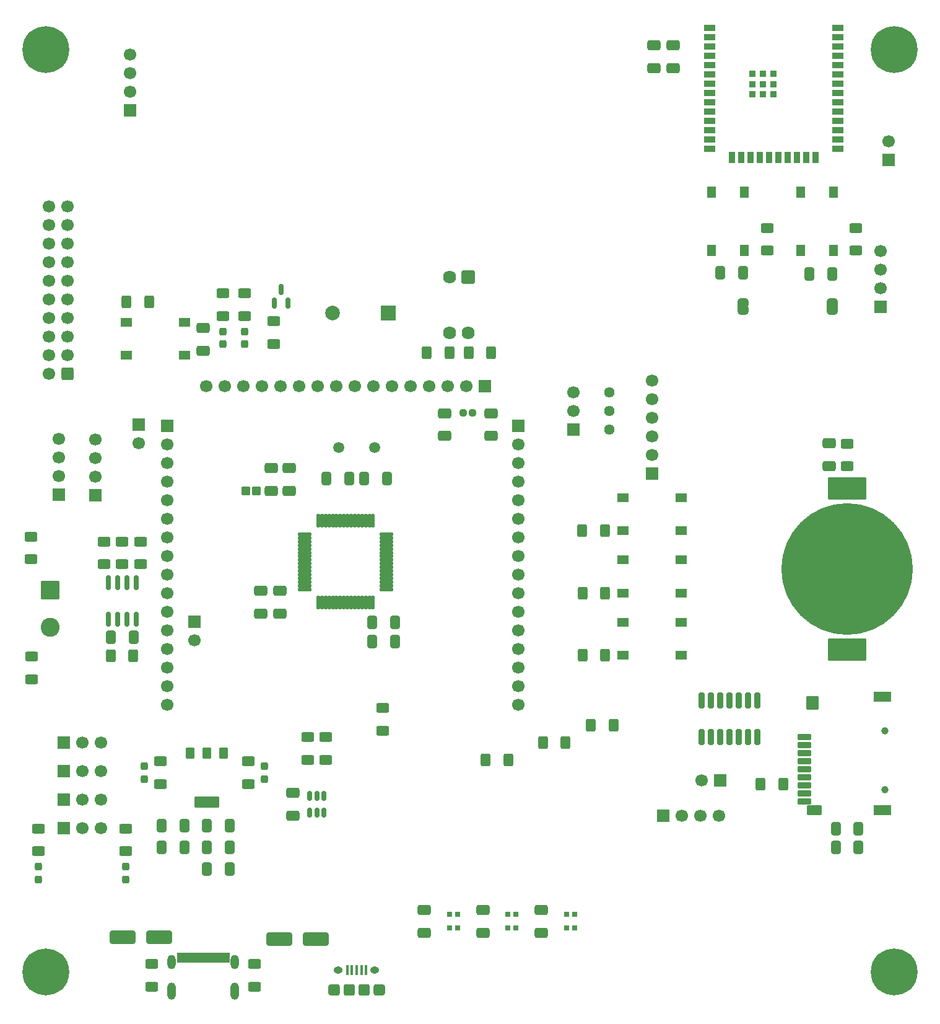
<source format=gts>
%TF.GenerationSoftware,KiCad,Pcbnew,9.0.3*%
%TF.CreationDate,2025-12-27T22:41:26+05:30*%
%TF.ProjectId,STM32+ESP32,53544d33-322b-4455-9350-33322e6b6963,rev?*%
%TF.SameCoordinates,Original*%
%TF.FileFunction,Soldermask,Top*%
%TF.FilePolarity,Negative*%
%FSLAX46Y46*%
G04 Gerber Fmt 4.6, Leading zero omitted, Abs format (unit mm)*
G04 Created by KiCad (PCBNEW 9.0.3) date 2025-12-27 22:41:26*
%MOMM*%
%LPD*%
G01*
G04 APERTURE LIST*
G04 Aperture macros list*
%AMRoundRect*
0 Rectangle with rounded corners*
0 $1 Rounding radius*
0 $2 $3 $4 $5 $6 $7 $8 $9 X,Y pos of 4 corners*
0 Add a 4 corners polygon primitive as box body*
4,1,4,$2,$3,$4,$5,$6,$7,$8,$9,$2,$3,0*
0 Add four circle primitives for the rounded corners*
1,1,$1+$1,$2,$3*
1,1,$1+$1,$4,$5*
1,1,$1+$1,$6,$7*
1,1,$1+$1,$8,$9*
0 Add four rect primitives between the rounded corners*
20,1,$1+$1,$2,$3,$4,$5,0*
20,1,$1+$1,$4,$5,$6,$7,0*
20,1,$1+$1,$6,$7,$8,$9,0*
20,1,$1+$1,$8,$9,$2,$3,0*%
%AMFreePoly0*
4,1,23,0.500000,-0.750000,0.000000,-0.750000,0.000000,-0.745722,-0.065263,-0.745722,-0.191342,-0.711940,-0.304381,-0.646677,-0.396677,-0.554381,-0.461940,-0.441342,-0.495722,-0.315263,-0.495722,-0.250000,-0.500000,-0.250000,-0.500000,0.250000,-0.495722,0.250000,-0.495722,0.315263,-0.461940,0.441342,-0.396677,0.554381,-0.304381,0.646677,-0.191342,0.711940,-0.065263,0.745722,0.000000,0.745722,
0.000000,0.750000,0.500000,0.750000,0.500000,-0.750000,0.500000,-0.750000,$1*%
%AMFreePoly1*
4,1,23,0.000000,0.745722,0.065263,0.745722,0.191342,0.711940,0.304381,0.646677,0.396677,0.554381,0.461940,0.441342,0.495722,0.315263,0.495722,0.250000,0.500000,0.250000,0.500000,-0.250000,0.495722,-0.250000,0.495722,-0.315263,0.461940,-0.441342,0.396677,-0.554381,0.304381,-0.646677,0.191342,-0.711940,0.065263,-0.745722,0.000000,-0.745722,0.000000,-0.750000,-0.500000,-0.750000,
-0.500000,0.750000,0.000000,0.750000,0.000000,0.745722,0.000000,0.745722,$1*%
G04 Aperture macros list end*
%ADD10C,0.010000*%
%ADD11O,1.152400X2.352400*%
%ADD12O,1.152400X1.952400*%
%ADD13RoundRect,0.102000X-0.150000X0.800000X-0.150000X-0.800000X0.150000X-0.800000X0.150000X0.800000X0*%
%ADD14RoundRect,0.102000X-0.800000X0.150000X-0.800000X-0.150000X0.800000X-0.150000X0.800000X0.150000X0*%
%ADD15C,17.984000*%
%ADD16RoundRect,0.102000X2.540000X-1.395000X2.540000X1.395000X-2.540000X1.395000X-2.540000X-1.395000X0*%
%ADD17RoundRect,0.250000X-0.400000X-0.625000X0.400000X-0.625000X0.400000X0.625000X-0.400000X0.625000X0*%
%ADD18RoundRect,0.250000X-0.625000X0.400000X-0.625000X-0.400000X0.625000X-0.400000X0.625000X0.400000X0*%
%ADD19RoundRect,0.237500X-0.237500X0.287500X-0.237500X-0.287500X0.237500X-0.287500X0.237500X0.287500X0*%
%ADD20R,1.549400X1.295400*%
%ADD21R,1.700000X1.700000*%
%ADD22C,1.700000*%
%ADD23RoundRect,0.102000X-0.500000X-0.485000X0.500000X-0.485000X0.500000X0.485000X-0.500000X0.485000X0*%
%ADD24RoundRect,0.250000X0.650000X-0.412500X0.650000X0.412500X-0.650000X0.412500X-0.650000X-0.412500X0*%
%ADD25RoundRect,0.250000X0.400000X0.625000X-0.400000X0.625000X-0.400000X-0.625000X0.400000X-0.625000X0*%
%ADD26RoundRect,0.150000X-0.150000X0.512500X-0.150000X-0.512500X0.150000X-0.512500X0.150000X0.512500X0*%
%ADD27C,3.600000*%
%ADD28C,6.400000*%
%ADD29RoundRect,0.250000X-0.412500X-0.650000X0.412500X-0.650000X0.412500X0.650000X-0.412500X0.650000X0*%
%ADD30RoundRect,0.250000X-0.650000X0.412500X-0.650000X-0.412500X0.650000X-0.412500X0.650000X0.412500X0*%
%ADD31FreePoly0,270.000000*%
%ADD32FreePoly1,270.000000*%
%ADD33RoundRect,0.150000X0.150000X-0.587500X0.150000X0.587500X-0.150000X0.587500X-0.150000X-0.587500X0*%
%ADD34RoundRect,0.250000X0.412500X0.650000X-0.412500X0.650000X-0.412500X-0.650000X0.412500X-0.650000X0*%
%ADD35RoundRect,0.237500X0.237500X-0.287500X0.237500X0.287500X-0.237500X0.287500X-0.237500X-0.287500X0*%
%ADD36R,0.700000X0.700000*%
%ADD37RoundRect,0.102000X0.790000X0.790000X-0.790000X0.790000X-0.790000X-0.790000X0.790000X-0.790000X0*%
%ADD38C,1.784000*%
%ADD39C,1.500000*%
%ADD40R,1.500000X0.900000*%
%ADD41R,0.900000X1.500000*%
%ADD42R,0.900000X0.900000*%
%ADD43C,1.000000*%
%ADD44RoundRect,0.102000X0.800000X-0.350000X0.800000X0.350000X-0.800000X0.350000X-0.800000X-0.350000X0*%
%ADD45RoundRect,0.102000X0.900000X-0.600000X0.900000X0.600000X-0.900000X0.600000X-0.900000X-0.600000X0*%
%ADD46RoundRect,0.102000X0.750000X-0.800000X0.750000X0.800000X-0.750000X0.800000X-0.750000X-0.800000X0*%
%ADD47RoundRect,0.102000X1.100000X-0.600000X1.100000X0.600000X-1.100000X0.600000X-1.100000X-0.600000X0*%
%ADD48RoundRect,0.085050X-0.481950X0.671950X-0.481950X-0.671950X0.481950X-0.671950X0.481950X0.671950X0*%
%ADD49RoundRect,0.113550X-1.608450X0.643450X-1.608450X-0.643450X1.608450X-0.643450X1.608450X0.643450X0*%
%ADD50RoundRect,0.250000X-1.500000X-0.650000X1.500000X-0.650000X1.500000X0.650000X-1.500000X0.650000X0*%
%ADD51RoundRect,0.250000X0.625000X-0.400000X0.625000X0.400000X-0.625000X0.400000X-0.625000X-0.400000X0*%
%ADD52RoundRect,0.100000X-0.100000X-0.575000X0.100000X-0.575000X0.100000X0.575000X-0.100000X0.575000X0*%
%ADD53O,0.890000X1.550000*%
%ADD54RoundRect,0.250000X-0.475000X-0.525000X0.475000X-0.525000X0.475000X0.525000X-0.475000X0.525000X0*%
%ADD55O,1.250000X0.950000*%
%ADD56RoundRect,0.250000X-0.500000X-0.525000X0.500000X-0.525000X0.500000X0.525000X-0.500000X0.525000X0*%
%ADD57R,1.295400X1.549400*%
%ADD58C,1.114000*%
%ADD59RoundRect,0.250000X-1.050000X1.050000X-1.050000X-1.050000X1.050000X-1.050000X1.050000X1.050000X0*%
%ADD60C,2.600000*%
%ADD61RoundRect,0.150000X-0.150000X0.825000X-0.150000X-0.825000X0.150000X-0.825000X0.150000X0.825000X0*%
%ADD62RoundRect,0.201000X-0.201000X0.886000X-0.201000X-0.886000X0.201000X-0.886000X0.201000X0.886000X0*%
%ADD63RoundRect,0.250000X0.600000X0.600000X-0.600000X0.600000X-0.600000X-0.600000X0.600000X-0.600000X0*%
%ADD64R,2.000000X2.000000*%
%ADD65C,2.000000*%
%ADD66C,1.440000*%
G04 APERTURE END LIST*
D10*
%TO.C,J1*%
X173158500Y-294188500D02*
X172441500Y-294188500D01*
X172441500Y-292911500D01*
X173158500Y-292911500D01*
X173158500Y-294188500D01*
G36*
X173158500Y-294188500D02*
G01*
X172441500Y-294188500D01*
X172441500Y-292911500D01*
X173158500Y-292911500D01*
X173158500Y-294188500D01*
G37*
X173958500Y-294188500D02*
X173241500Y-294188500D01*
X173241500Y-292911500D01*
X173958500Y-292911500D01*
X173958500Y-294188500D01*
G36*
X173958500Y-294188500D02*
G01*
X173241500Y-294188500D01*
X173241500Y-292911500D01*
X173958500Y-292911500D01*
X173958500Y-294188500D01*
G37*
X174462500Y-294188500D02*
X174037500Y-294188500D01*
X174037500Y-292911500D01*
X174462500Y-292911500D01*
X174462500Y-294188500D01*
G36*
X174462500Y-294188500D02*
G01*
X174037500Y-294188500D01*
X174037500Y-292911500D01*
X174462500Y-292911500D01*
X174462500Y-294188500D01*
G37*
X174962500Y-294188500D02*
X174537500Y-294188500D01*
X174537500Y-292911500D01*
X174962500Y-292911500D01*
X174962500Y-294188500D01*
G36*
X174962500Y-294188500D02*
G01*
X174537500Y-294188500D01*
X174537500Y-292911500D01*
X174962500Y-292911500D01*
X174962500Y-294188500D01*
G37*
X175462500Y-294188500D02*
X175037500Y-294188500D01*
X175037500Y-292911500D01*
X175462500Y-292911500D01*
X175462500Y-294188500D01*
G36*
X175462500Y-294188500D02*
G01*
X175037500Y-294188500D01*
X175037500Y-292911500D01*
X175462500Y-292911500D01*
X175462500Y-294188500D01*
G37*
X175962500Y-294188500D02*
X175537500Y-294188500D01*
X175537500Y-292911500D01*
X175962500Y-292911500D01*
X175962500Y-294188500D01*
G36*
X175962500Y-294188500D02*
G01*
X175537500Y-294188500D01*
X175537500Y-292911500D01*
X175962500Y-292911500D01*
X175962500Y-294188500D01*
G37*
X176462500Y-294188500D02*
X176037500Y-294188500D01*
X176037500Y-292911500D01*
X176462500Y-292911500D01*
X176462500Y-294188500D01*
G36*
X176462500Y-294188500D02*
G01*
X176037500Y-294188500D01*
X176037500Y-292911500D01*
X176462500Y-292911500D01*
X176462500Y-294188500D01*
G37*
X176962500Y-294188500D02*
X176537500Y-294188500D01*
X176537500Y-292911500D01*
X176962500Y-292911500D01*
X176962500Y-294188500D01*
G36*
X176962500Y-294188500D02*
G01*
X176537500Y-294188500D01*
X176537500Y-292911500D01*
X176962500Y-292911500D01*
X176962500Y-294188500D01*
G37*
X177462500Y-294188500D02*
X177037500Y-294188500D01*
X177037500Y-292911500D01*
X177462500Y-292911500D01*
X177462500Y-294188500D01*
G36*
X177462500Y-294188500D02*
G01*
X177037500Y-294188500D01*
X177037500Y-292911500D01*
X177462500Y-292911500D01*
X177462500Y-294188500D01*
G37*
X177962500Y-294188500D02*
X177537500Y-294188500D01*
X177537500Y-292911500D01*
X177962500Y-292911500D01*
X177962500Y-294188500D01*
G36*
X177962500Y-294188500D02*
G01*
X177537500Y-294188500D01*
X177537500Y-292911500D01*
X177962500Y-292911500D01*
X177962500Y-294188500D01*
G37*
X178758500Y-294188500D02*
X178041500Y-294188500D01*
X178041500Y-292911500D01*
X178758500Y-292911500D01*
X178758500Y-294188500D01*
G36*
X178758500Y-294188500D02*
G01*
X178041500Y-294188500D01*
X178041500Y-292911500D01*
X178758500Y-292911500D01*
X178758500Y-294188500D01*
G37*
X179558500Y-294188500D02*
X178841500Y-294188500D01*
X178841500Y-292911500D01*
X179558500Y-292911500D01*
X179558500Y-294188500D01*
G36*
X179558500Y-294188500D02*
G01*
X178841500Y-294188500D01*
X178841500Y-292911500D01*
X179558500Y-292911500D01*
X179558500Y-294188500D01*
G37*
%TO.C,JP2*%
G36*
X262800000Y-204500000D02*
G01*
X261300000Y-204500000D01*
X261300000Y-204800000D01*
X262800000Y-204800000D01*
X262800000Y-204500000D01*
G37*
%TO.C,JP1*%
G36*
X250550000Y-204500000D02*
G01*
X249050000Y-204500000D01*
X249050000Y-204800000D01*
X250550000Y-204800000D01*
X250550000Y-204500000D01*
G37*
%TD*%
D11*
%TO.C,J1*%
X171680000Y-298125000D03*
X180320000Y-298125000D03*
D12*
X171680000Y-294125000D03*
X180320000Y-294125000D03*
%TD*%
D13*
%TO.C,U1*%
X199250000Y-233900000D03*
X198750000Y-233900000D03*
X198250000Y-233900000D03*
X197750000Y-233900000D03*
X197250000Y-233900000D03*
X196750000Y-233900000D03*
X196250000Y-233900000D03*
X195750000Y-233900000D03*
X195250000Y-233900000D03*
X194750000Y-233900000D03*
X194250000Y-233900000D03*
X193750000Y-233900000D03*
X193250000Y-233900000D03*
X192750000Y-233900000D03*
X192250000Y-233900000D03*
X191750000Y-233900000D03*
D14*
X189900000Y-235750000D03*
X189900000Y-236250000D03*
X189900000Y-236750000D03*
X189900000Y-237250000D03*
X189900000Y-237750000D03*
X189900000Y-238250000D03*
X189900000Y-238750000D03*
X189900000Y-239250000D03*
X189900000Y-239750000D03*
X189900000Y-240250000D03*
X189900000Y-240750000D03*
X189900000Y-241250000D03*
X189900000Y-241750000D03*
X189900000Y-242250000D03*
X189900000Y-242750000D03*
X189900000Y-243250000D03*
D13*
X191750000Y-245100000D03*
X192250000Y-245100000D03*
X192750000Y-245100000D03*
X193250000Y-245100000D03*
X193750000Y-245100000D03*
X194250000Y-245100000D03*
X194750000Y-245100000D03*
X195250000Y-245100000D03*
X195750000Y-245100000D03*
X196250000Y-245100000D03*
X196750000Y-245100000D03*
X197250000Y-245100000D03*
X197750000Y-245100000D03*
X198250000Y-245100000D03*
X198750000Y-245100000D03*
X199250000Y-245100000D03*
D14*
X201100000Y-243250000D03*
X201100000Y-242750000D03*
X201100000Y-242250000D03*
X201100000Y-241750000D03*
X201100000Y-241250000D03*
X201100000Y-240750000D03*
X201100000Y-240250000D03*
X201100000Y-239750000D03*
X201100000Y-239250000D03*
X201100000Y-238750000D03*
X201100000Y-238250000D03*
X201100000Y-237750000D03*
X201100000Y-237250000D03*
X201100000Y-236750000D03*
X201100000Y-236250000D03*
X201100000Y-235750000D03*
%TD*%
D15*
%TO.C,BT1*%
X264100000Y-240485000D03*
D16*
X264100000Y-251470000D03*
X264100000Y-229500000D03*
%TD*%
D17*
%TO.C,R26*%
X163377500Y-252335000D03*
X166477500Y-252335000D03*
%TD*%
D18*
%TO.C,R15*%
X152550000Y-252450000D03*
X152550000Y-255550000D03*
%TD*%
D19*
%TO.C,D4*%
X168000000Y-267425000D03*
X168000000Y-269175000D03*
%TD*%
D18*
%TO.C,R8*%
X182200000Y-266727500D03*
X182200000Y-269827500D03*
%TD*%
D20*
%TO.C,SW8*%
X233425002Y-239249999D03*
X241374998Y-239249999D03*
X233425002Y-243750001D03*
X241374998Y-243750001D03*
%TD*%
D21*
%TO.C,J22*%
X238950000Y-274225000D03*
D22*
X241490000Y-274225000D03*
X244030000Y-274225000D03*
X246570000Y-274225000D03*
%TD*%
D23*
%TO.C,FL1*%
X181830000Y-229800000D03*
X183300000Y-229800000D03*
%TD*%
D17*
%TO.C,R10*%
X227875002Y-243750001D03*
X230975002Y-243750001D03*
%TD*%
D21*
%TO.C,J6*%
X156960000Y-275900000D03*
D22*
X159500000Y-275900000D03*
X162040000Y-275900000D03*
%TD*%
D24*
%TO.C,C9*%
X187800000Y-229800000D03*
X187800000Y-226675000D03*
%TD*%
D21*
%TO.C,J2*%
X157000000Y-272000000D03*
D22*
X159540000Y-272000000D03*
X162080000Y-272000000D03*
%TD*%
D21*
%TO.C,J8*%
X214550000Y-215525000D03*
D22*
X212010000Y-215525000D03*
X209470000Y-215525000D03*
X206930000Y-215525000D03*
X204390000Y-215525000D03*
X201850000Y-215525000D03*
X199310000Y-215525000D03*
X196770000Y-215525000D03*
X194230000Y-215525000D03*
X191690000Y-215525000D03*
X189150000Y-215525000D03*
X186610000Y-215525000D03*
X184070000Y-215525000D03*
X181530000Y-215525000D03*
X178990000Y-215525000D03*
X176450000Y-215525000D03*
%TD*%
D25*
%TO.C,R16*%
X255350000Y-269900000D03*
X252250000Y-269900000D03*
%TD*%
D18*
%TO.C,R9*%
X183000000Y-294450000D03*
X183000000Y-297550000D03*
%TD*%
D26*
%TO.C,U3*%
X192500000Y-271500000D03*
X191550000Y-271500000D03*
X190600000Y-271500000D03*
X190600000Y-273775000D03*
X191550000Y-273775000D03*
X192500000Y-273775000D03*
%TD*%
D27*
%TO.C,H2*%
X154500000Y-295500000D03*
D28*
X154500000Y-295500000D03*
%TD*%
D29*
%TO.C,C17*%
X262500000Y-278500000D03*
X265625000Y-278500000D03*
%TD*%
D18*
%TO.C,R12*%
X200600000Y-259450000D03*
X200600000Y-262550000D03*
%TD*%
%TO.C,R11*%
X264100000Y-223350000D03*
X264100000Y-226450000D03*
%TD*%
D30*
%TO.C,C15*%
X206220000Y-287037500D03*
X206220000Y-290162500D03*
%TD*%
D17*
%TO.C,R19*%
X206600000Y-210962500D03*
X209700000Y-210962500D03*
%TD*%
D31*
%TO.C,JP2*%
X262050000Y-204000000D03*
D32*
X262050000Y-205300000D03*
%TD*%
D21*
%TO.C,J14*%
X167225000Y-220750000D03*
D22*
X167225000Y-223290000D03*
%TD*%
D24*
%TO.C,C23*%
X240300000Y-172100000D03*
X240300000Y-168975000D03*
%TD*%
D33*
%TO.C,Q1*%
X185750000Y-204150000D03*
X187650000Y-204150000D03*
X186700000Y-202275000D03*
%TD*%
D34*
%TO.C,C21*%
X173500000Y-278500000D03*
X170375000Y-278500000D03*
%TD*%
D17*
%TO.C,R31*%
X222450000Y-264200000D03*
X225550000Y-264200000D03*
%TD*%
D35*
%TO.C,D7*%
X181700000Y-209775000D03*
X181700000Y-208025000D03*
%TD*%
D18*
%TO.C,R2*%
X192800000Y-263450000D03*
X192800000Y-266550000D03*
%TD*%
D29*
%TO.C,C18*%
X262500000Y-276000000D03*
X265625000Y-276000000D03*
%TD*%
D17*
%TO.C,R13*%
X227875002Y-252250001D03*
X230975002Y-252250001D03*
%TD*%
%TO.C,R29*%
X165550000Y-204000000D03*
X168650000Y-204000000D03*
%TD*%
D30*
%TO.C,C11*%
X215400000Y-219200000D03*
X215400000Y-222325000D03*
%TD*%
D21*
%TO.C,J18*%
X156300000Y-230365000D03*
D22*
X156300000Y-227825000D03*
X156300000Y-225285000D03*
X156300000Y-222745000D03*
%TD*%
D24*
%TO.C,C6*%
X183900000Y-246562500D03*
X183900000Y-243437500D03*
%TD*%
D36*
%TO.C,D14*%
X225730000Y-289515000D03*
X226830000Y-289515000D03*
X226830000Y-287685000D03*
X225730000Y-287685000D03*
%TD*%
D34*
%TO.C,C2*%
X173500000Y-275500000D03*
X170375000Y-275500000D03*
%TD*%
D31*
%TO.C,JP1*%
X249800000Y-204000000D03*
D32*
X249800000Y-205300000D03*
%TD*%
D19*
%TO.C,D6*%
X184400000Y-267425000D03*
X184400000Y-269175000D03*
%TD*%
D37*
%TO.C,S1*%
X212270000Y-200590000D03*
D38*
X212270000Y-208210000D03*
X209730000Y-200590000D03*
X209730000Y-208210000D03*
%TD*%
D17*
%TO.C,R17*%
X229050000Y-261800000D03*
X232150000Y-261800000D03*
%TD*%
D24*
%TO.C,C8*%
X185300000Y-229800000D03*
X185300000Y-226675000D03*
%TD*%
D34*
%TO.C,C5*%
X202262500Y-247800000D03*
X199137500Y-247800000D03*
%TD*%
D39*
%TO.C,Y2*%
X194560000Y-223900000D03*
X199440000Y-223900000D03*
%TD*%
D18*
%TO.C,R23*%
X164927500Y-236735000D03*
X164927500Y-239835000D03*
%TD*%
D36*
%TO.C,D13*%
X217706000Y-289515000D03*
X218806000Y-289515000D03*
X218806000Y-287685000D03*
X217706000Y-287685000D03*
%TD*%
D34*
%TO.C,C19*%
X166490000Y-249835000D03*
X163365000Y-249835000D03*
%TD*%
D40*
%TO.C,U10*%
X245300000Y-166550000D03*
X245300000Y-167820000D03*
X245300000Y-169090000D03*
X245300000Y-170360000D03*
X245300000Y-171630000D03*
X245300000Y-172900000D03*
X245300000Y-174170000D03*
X245300000Y-175440000D03*
X245300000Y-176710000D03*
X245300000Y-177980000D03*
X245300000Y-179250000D03*
X245300000Y-180520000D03*
X245300000Y-181790000D03*
X245300000Y-183060000D03*
D41*
X248330000Y-184310000D03*
X249600000Y-184310000D03*
X250870000Y-184310000D03*
X252140000Y-184310000D03*
X253410000Y-184310000D03*
X254680000Y-184310000D03*
X255950000Y-184310000D03*
X257220000Y-184310000D03*
X258490000Y-184310000D03*
X259760000Y-184310000D03*
D40*
X262800000Y-183060000D03*
X262800000Y-181790000D03*
X262800000Y-180520000D03*
X262800000Y-179250000D03*
X262800000Y-177980000D03*
X262800000Y-176710000D03*
X262800000Y-175440000D03*
X262800000Y-174170000D03*
X262800000Y-172900000D03*
X262800000Y-171630000D03*
X262800000Y-170360000D03*
X262800000Y-169090000D03*
X262800000Y-167820000D03*
X262800000Y-166550000D03*
D42*
X251150000Y-172870000D03*
X251150000Y-172870000D03*
X251150000Y-174270000D03*
X251150000Y-175670000D03*
X251150000Y-175670000D03*
X252550000Y-172870000D03*
X252550000Y-174270000D03*
X252550000Y-175670000D03*
X252550000Y-175670000D03*
X253950000Y-172870000D03*
X253950000Y-174270000D03*
X253950000Y-175670000D03*
%TD*%
D18*
%TO.C,R5*%
X153500000Y-275950000D03*
X153500000Y-279050000D03*
%TD*%
D43*
%TO.C,J10*%
X269250000Y-270600000D03*
X269250000Y-262600000D03*
D44*
X258250000Y-263400000D03*
X258250000Y-264500000D03*
X258250000Y-265600000D03*
X258250000Y-266700000D03*
X258250000Y-267800000D03*
X258250000Y-268900000D03*
X258250000Y-270000000D03*
X258250000Y-271100000D03*
X258250000Y-272200000D03*
D45*
X259550000Y-273400000D03*
D46*
X259300000Y-258800000D03*
D47*
X268850000Y-273400000D03*
X268850000Y-257900000D03*
%TD*%
D17*
%TO.C,R4*%
X227825002Y-235250001D03*
X230925002Y-235250001D03*
%TD*%
D18*
%TO.C,R7*%
X170200000Y-266727500D03*
X170200000Y-269827500D03*
%TD*%
D34*
%TO.C,C22*%
X249862500Y-200000000D03*
X246737500Y-200000000D03*
%TD*%
D48*
%TO.C,U2*%
X178790000Y-265655000D03*
X176500000Y-265655000D03*
D49*
X176500000Y-272345000D03*
D48*
X174210000Y-265655000D03*
%TD*%
D29*
%TO.C,C24*%
X258925000Y-200154898D03*
X262050000Y-200154898D03*
%TD*%
D34*
%TO.C,C4*%
X202262500Y-250400000D03*
X199137500Y-250400000D03*
%TD*%
D50*
%TO.C,D1*%
X186450000Y-291050000D03*
X191450000Y-291050000D03*
%TD*%
D21*
%TO.C,J19*%
X269700000Y-184590000D03*
D22*
X269700000Y-182050000D03*
%TD*%
D25*
%TO.C,R18*%
X215400000Y-210962500D03*
X212300000Y-210962500D03*
%TD*%
D27*
%TO.C,H4*%
X270500000Y-169500000D03*
D28*
X270500000Y-169500000D03*
%TD*%
D18*
%TO.C,R24*%
X162427500Y-236735000D03*
X162427500Y-239835000D03*
%TD*%
%TO.C,R25*%
X167427500Y-236735000D03*
X167427500Y-239835000D03*
%TD*%
D51*
%TO.C,R21*%
X178700000Y-205950000D03*
X178700000Y-202850000D03*
%TD*%
D21*
%TO.C,J20*%
X246675000Y-269400000D03*
D22*
X244135000Y-269400000D03*
%TD*%
D30*
%TO.C,C16*%
X214244000Y-287037500D03*
X214244000Y-290162500D03*
%TD*%
D52*
%TO.C,J5*%
X195700000Y-295300000D03*
X196350000Y-295300000D03*
X197000000Y-295300000D03*
X197650000Y-295300000D03*
X198300000Y-295300000D03*
D53*
X193500000Y-298000000D03*
D54*
X193975000Y-298000000D03*
D55*
X194500000Y-295300000D03*
D56*
X196000000Y-298000000D03*
X198000000Y-298000000D03*
D55*
X199500000Y-295300000D03*
D54*
X200025000Y-298000000D03*
D53*
X200500000Y-298000000D03*
%TD*%
D24*
%TO.C,C20*%
X237610000Y-172100000D03*
X237610000Y-168975000D03*
%TD*%
D29*
%TO.C,C3*%
X176500000Y-281500000D03*
X179625000Y-281500000D03*
%TD*%
D21*
%TO.C,J13*%
X237375000Y-227425000D03*
D22*
X237375000Y-224885000D03*
X237375000Y-222345000D03*
X237375000Y-219805000D03*
X237375000Y-217265000D03*
X237375000Y-214725000D03*
%TD*%
D36*
%TO.C,D12*%
X209682000Y-289515000D03*
X210782000Y-289515000D03*
X210782000Y-287685000D03*
X209682000Y-287685000D03*
%TD*%
D29*
%TO.C,C13*%
X198037500Y-228100000D03*
X201162500Y-228100000D03*
%TD*%
D57*
%TO.C,SW5*%
X245531300Y-196974998D03*
X245531300Y-189025002D03*
X250031302Y-196974998D03*
X250031302Y-189025002D03*
%TD*%
D27*
%TO.C,H3*%
X270500000Y-295500000D03*
D28*
X270500000Y-295500000D03*
%TD*%
D18*
%TO.C,R14*%
X152500000Y-236050000D03*
X152500000Y-239150000D03*
%TD*%
D21*
%TO.C,J23*%
X268600000Y-204680000D03*
D22*
X268600000Y-202140000D03*
X268600000Y-199600000D03*
X268600000Y-197060000D03*
%TD*%
D20*
%TO.C,SW9*%
X233425002Y-247749999D03*
X241374998Y-247749999D03*
X233425002Y-252250001D03*
X241374998Y-252250001D03*
%TD*%
D58*
%TO.C,Y1*%
X211565000Y-219127500D03*
X212835000Y-219127500D03*
%TD*%
D29*
%TO.C,C26*%
X176500000Y-278500000D03*
X179625000Y-278500000D03*
%TD*%
D34*
%TO.C,C12*%
X195962500Y-228100000D03*
X192837500Y-228100000D03*
%TD*%
D51*
%TO.C,R3*%
X190300000Y-266550000D03*
X190300000Y-263450000D03*
%TD*%
D20*
%TO.C,SW6*%
X233425002Y-230749999D03*
X241374998Y-230749999D03*
X233425002Y-235250001D03*
X241374998Y-235250001D03*
%TD*%
D21*
%TO.C,J15*%
X161300000Y-230440000D03*
D22*
X161300000Y-227900000D03*
X161300000Y-225360000D03*
X161300000Y-222820000D03*
%TD*%
D59*
%TO.C,J16*%
X155127500Y-243355000D03*
D60*
X155127500Y-248435000D03*
%TD*%
D18*
%TO.C,R1*%
X169000000Y-294450000D03*
X169000000Y-297550000D03*
%TD*%
D29*
%TO.C,C25*%
X176500000Y-275500000D03*
X179625000Y-275500000D03*
%TD*%
D30*
%TO.C,C27*%
X261600000Y-223337500D03*
X261600000Y-226462500D03*
%TD*%
D18*
%TO.C,R27*%
X253127101Y-193900000D03*
X253127101Y-197000000D03*
%TD*%
D30*
%TO.C,C28*%
X222268000Y-287037500D03*
X222268000Y-290162500D03*
%TD*%
%TO.C,C14*%
X176000000Y-207537500D03*
X176000000Y-210662500D03*
%TD*%
D21*
%TO.C,J3*%
X157000000Y-264200000D03*
D22*
X159540000Y-264200000D03*
X162080000Y-264200000D03*
%TD*%
D50*
%TO.C,D3*%
X165000000Y-290750000D03*
X170000000Y-290750000D03*
%TD*%
D51*
%TO.C,R20*%
X181700000Y-205950000D03*
X181700000Y-202850000D03*
%TD*%
D35*
%TO.C,D2*%
X165400000Y-282875000D03*
X165400000Y-281125000D03*
%TD*%
D20*
%TO.C,SW2*%
X173474998Y-211250001D03*
X165525002Y-211250001D03*
X173474998Y-206749999D03*
X165525002Y-206749999D03*
%TD*%
D24*
%TO.C,C1*%
X188300000Y-274200000D03*
X188300000Y-271075000D03*
%TD*%
D51*
%TO.C,R22*%
X185700000Y-209750000D03*
X185700000Y-206650000D03*
%TD*%
D61*
%TO.C,U9*%
X166832500Y-242360000D03*
X165562500Y-242360000D03*
X164292500Y-242360000D03*
X163022500Y-242360000D03*
X163022500Y-247310000D03*
X164292500Y-247310000D03*
X165562500Y-247310000D03*
X166832500Y-247310000D03*
%TD*%
D17*
%TO.C,R30*%
X214650000Y-266600000D03*
X217750000Y-266600000D03*
%TD*%
D18*
%TO.C,R28*%
X265281303Y-193900000D03*
X265281303Y-197000000D03*
%TD*%
D30*
%TO.C,C10*%
X209000000Y-219200000D03*
X209000000Y-222325000D03*
%TD*%
D21*
%TO.C,J12*%
X174800000Y-247700000D03*
D22*
X174800000Y-250240000D03*
%TD*%
D24*
%TO.C,C7*%
X186500000Y-246562500D03*
X186500000Y-243437500D03*
%TD*%
D21*
%TO.C,J11*%
X226600000Y-221425000D03*
D22*
X226600000Y-218885000D03*
X226600000Y-216345000D03*
%TD*%
D62*
%TO.C,U5*%
X251810000Y-258450000D03*
X250540000Y-258450000D03*
X249270000Y-258450000D03*
X248000000Y-258450000D03*
X246730000Y-258450000D03*
X245460000Y-258450000D03*
X244190000Y-258450000D03*
X244190000Y-263400000D03*
X245460000Y-263400000D03*
X246730000Y-263400000D03*
X248000000Y-263400000D03*
X249270000Y-263400000D03*
X250540000Y-263400000D03*
X251810000Y-263400000D03*
%TD*%
D21*
%TO.C,J7*%
X171090000Y-220950000D03*
D22*
X171090000Y-223490000D03*
X171090000Y-226030000D03*
X171090000Y-228570000D03*
X171090000Y-231110000D03*
X171090000Y-233650000D03*
X171090000Y-236190000D03*
X171090000Y-238730000D03*
X171090000Y-241270000D03*
X171090000Y-243810000D03*
X171090000Y-246350000D03*
X171090000Y-248890000D03*
X171090000Y-251430000D03*
X171090000Y-253970000D03*
X171090000Y-256510000D03*
X171090000Y-259050000D03*
%TD*%
D63*
%TO.C,J17*%
X157440000Y-213840000D03*
D22*
X154900000Y-213840000D03*
X157440000Y-211300000D03*
X154900000Y-211300000D03*
X157440000Y-208760000D03*
X154900000Y-208760000D03*
X157440000Y-206220000D03*
X154900000Y-206220000D03*
X157440000Y-203680000D03*
X154900000Y-203680000D03*
X157440000Y-201140000D03*
X154900000Y-201140000D03*
X157440000Y-198600000D03*
X154900000Y-198600000D03*
X157440000Y-196060000D03*
X154900000Y-196060000D03*
X157440000Y-193520000D03*
X154900000Y-193520000D03*
X157440000Y-190980000D03*
X154900000Y-190980000D03*
%TD*%
D35*
%TO.C,D8*%
X178700000Y-209775000D03*
X178700000Y-208025000D03*
%TD*%
D21*
%TO.C,J21*%
X166000000Y-177850000D03*
D22*
X166000000Y-175310000D03*
X166000000Y-172770000D03*
X166000000Y-170230000D03*
%TD*%
D21*
%TO.C,J4*%
X157000000Y-268100000D03*
D22*
X159540000Y-268100000D03*
X162080000Y-268100000D03*
%TD*%
D21*
%TO.C,J9*%
X219115000Y-220950000D03*
D22*
X219115000Y-223490000D03*
X219115000Y-226030000D03*
X219115000Y-228570000D03*
X219115000Y-231110000D03*
X219115000Y-233650000D03*
X219115000Y-236190000D03*
X219115000Y-238730000D03*
X219115000Y-241270000D03*
X219115000Y-243810000D03*
X219115000Y-246350000D03*
X219115000Y-248890000D03*
X219115000Y-251430000D03*
X219115000Y-253970000D03*
X219115000Y-256510000D03*
X219115000Y-259050000D03*
%TD*%
D35*
%TO.C,D5*%
X153500000Y-282875000D03*
X153500000Y-281125000D03*
%TD*%
D27*
%TO.C,H1*%
X154500000Y-169500000D03*
D28*
X154500000Y-169500000D03*
%TD*%
D18*
%TO.C,R6*%
X165400000Y-275950000D03*
X165400000Y-279050000D03*
%TD*%
D64*
%TO.C,BZ1*%
X201300000Y-205500000D03*
D65*
X193700000Y-205500000D03*
%TD*%
D66*
%TO.C,RV2*%
X231590000Y-221440000D03*
X231590000Y-218900000D03*
X231590000Y-216360000D03*
%TD*%
D57*
%TO.C,SW7*%
X257685502Y-196974998D03*
X257685502Y-189025002D03*
X262185504Y-196974998D03*
X262185504Y-189025002D03*
%TD*%
M02*

</source>
